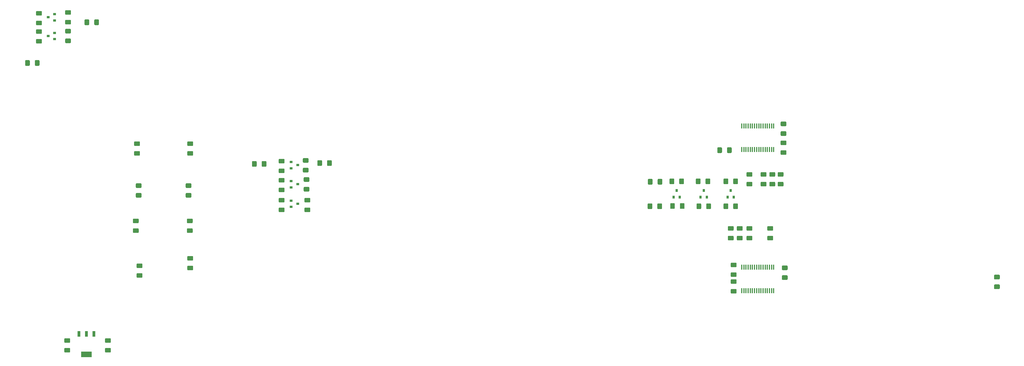
<source format=gtp>
%TF.GenerationSoftware,KiCad,Pcbnew,(5.1.6-0-10_14)*%
%TF.CreationDate,2021-04-04T14:44:52-05:00*%
%TF.ProjectId,preamp_controller1,70726561-6d70-45f6-936f-6e74726f6c6c,Rev. 01*%
%TF.SameCoordinates,Original*%
%TF.FileFunction,Paste,Top*%
%TF.FilePolarity,Positive*%
%FSLAX46Y46*%
G04 Gerber Fmt 4.6, Leading zero omitted, Abs format (unit mm)*
G04 Created by KiCad (PCBNEW (5.1.6-0-10_14)) date 2021-04-04 14:44:52*
%MOMM*%
%LPD*%
G01*
G04 APERTURE LIST*
%ADD10R,0.800000X0.900000*%
%ADD11R,0.900000X0.800000*%
%ADD12R,3.200000X1.750000*%
%ADD13R,0.950000X1.750000*%
%ADD14R,0.450000X1.525000*%
G04 APERTURE END LIST*
%TO.C,C34*%
G36*
G01*
X-102225000Y4686000D02*
X-100975000Y4686000D01*
G75*
G02*
X-100725000Y4436000I0J-250000D01*
G01*
X-100725000Y3511000D01*
G75*
G02*
X-100975000Y3261000I-250000J0D01*
G01*
X-102225000Y3261000D01*
G75*
G02*
X-102475000Y3511000I0J250000D01*
G01*
X-102475000Y4436000D01*
G75*
G02*
X-102225000Y4686000I250000J0D01*
G01*
G37*
G36*
G01*
X-102225000Y7661000D02*
X-100975000Y7661000D01*
G75*
G02*
X-100725000Y7411000I0J-250000D01*
G01*
X-100725000Y6486000D01*
G75*
G02*
X-100975000Y6236000I-250000J0D01*
G01*
X-102225000Y6236000D01*
G75*
G02*
X-102475000Y6486000I0J250000D01*
G01*
X-102475000Y7411000D01*
G75*
G02*
X-102225000Y7661000I250000J0D01*
G01*
G37*
%TD*%
%TO.C,C33*%
G36*
G01*
X-100594000Y-4559000D02*
X-101844000Y-4559000D01*
G75*
G02*
X-102094000Y-4309000I0J250000D01*
G01*
X-102094000Y-3384000D01*
G75*
G02*
X-101844000Y-3134000I250000J0D01*
G01*
X-100594000Y-3134000D01*
G75*
G02*
X-100344000Y-3384000I0J-250000D01*
G01*
X-100344000Y-4309000D01*
G75*
G02*
X-100594000Y-4559000I-250000J0D01*
G01*
G37*
G36*
G01*
X-100594000Y-7534000D02*
X-101844000Y-7534000D01*
G75*
G02*
X-102094000Y-7284000I0J250000D01*
G01*
X-102094000Y-6359000D01*
G75*
G02*
X-101844000Y-6109000I250000J0D01*
G01*
X-100594000Y-6109000D01*
G75*
G02*
X-100344000Y-6359000I0J-250000D01*
G01*
X-100344000Y-7284000D01*
G75*
G02*
X-100594000Y-7534000I-250000J0D01*
G01*
G37*
%TD*%
%TO.C,C32*%
G36*
G01*
X-100467000Y19063000D02*
X-101717000Y19063000D01*
G75*
G02*
X-101967000Y19313000I0J250000D01*
G01*
X-101967000Y20238000D01*
G75*
G02*
X-101717000Y20488000I250000J0D01*
G01*
X-100467000Y20488000D01*
G75*
G02*
X-100217000Y20238000I0J-250000D01*
G01*
X-100217000Y19313000D01*
G75*
G02*
X-100467000Y19063000I-250000J0D01*
G01*
G37*
G36*
G01*
X-100467000Y16088000D02*
X-101717000Y16088000D01*
G75*
G02*
X-101967000Y16338000I0J250000D01*
G01*
X-101967000Y17263000D01*
G75*
G02*
X-101717000Y17513000I250000J0D01*
G01*
X-100467000Y17513000D01*
G75*
G02*
X-100217000Y17263000I0J-250000D01*
G01*
X-100217000Y16338000D01*
G75*
G02*
X-100467000Y16088000I-250000J0D01*
G01*
G37*
%TD*%
%TO.C,C31*%
G36*
G01*
X-117465000Y4686000D02*
X-116215000Y4686000D01*
G75*
G02*
X-115965000Y4436000I0J-250000D01*
G01*
X-115965000Y3511000D01*
G75*
G02*
X-116215000Y3261000I-250000J0D01*
G01*
X-117465000Y3261000D01*
G75*
G02*
X-117715000Y3511000I0J250000D01*
G01*
X-117715000Y4436000D01*
G75*
G02*
X-117465000Y4686000I250000J0D01*
G01*
G37*
G36*
G01*
X-117465000Y7661000D02*
X-116215000Y7661000D01*
G75*
G02*
X-115965000Y7411000I0J-250000D01*
G01*
X-115965000Y6486000D01*
G75*
G02*
X-116215000Y6236000I-250000J0D01*
G01*
X-117465000Y6236000D01*
G75*
G02*
X-117715000Y6486000I0J250000D01*
G01*
X-117715000Y7411000D01*
G75*
G02*
X-117465000Y7661000I250000J0D01*
G01*
G37*
%TD*%
%TO.C,C30*%
G36*
G01*
X-101717000Y-17539000D02*
X-100467000Y-17539000D01*
G75*
G02*
X-100217000Y-17789000I0J-250000D01*
G01*
X-100217000Y-18714000D01*
G75*
G02*
X-100467000Y-18964000I-250000J0D01*
G01*
X-101717000Y-18964000D01*
G75*
G02*
X-101967000Y-18714000I0J250000D01*
G01*
X-101967000Y-17789000D01*
G75*
G02*
X-101717000Y-17539000I250000J0D01*
G01*
G37*
G36*
G01*
X-101717000Y-14564000D02*
X-100467000Y-14564000D01*
G75*
G02*
X-100217000Y-14814000I0J-250000D01*
G01*
X-100217000Y-15739000D01*
G75*
G02*
X-100467000Y-15989000I-250000J0D01*
G01*
X-101717000Y-15989000D01*
G75*
G02*
X-101967000Y-15739000I0J250000D01*
G01*
X-101967000Y-14814000D01*
G75*
G02*
X-101717000Y-14564000I250000J0D01*
G01*
G37*
%TD*%
%TO.C,C29*%
G36*
G01*
X-116723000Y19063000D02*
X-117973000Y19063000D01*
G75*
G02*
X-118223000Y19313000I0J250000D01*
G01*
X-118223000Y20238000D01*
G75*
G02*
X-117973000Y20488000I250000J0D01*
G01*
X-116723000Y20488000D01*
G75*
G02*
X-116473000Y20238000I0J-250000D01*
G01*
X-116473000Y19313000D01*
G75*
G02*
X-116723000Y19063000I-250000J0D01*
G01*
G37*
G36*
G01*
X-116723000Y16088000D02*
X-117973000Y16088000D01*
G75*
G02*
X-118223000Y16338000I0J250000D01*
G01*
X-118223000Y17263000D01*
G75*
G02*
X-117973000Y17513000I250000J0D01*
G01*
X-116723000Y17513000D01*
G75*
G02*
X-116473000Y17263000I0J-250000D01*
G01*
X-116473000Y16338000D01*
G75*
G02*
X-116723000Y16088000I-250000J0D01*
G01*
G37*
%TD*%
%TO.C,C28*%
G36*
G01*
X-117104000Y-4559000D02*
X-118354000Y-4559000D01*
G75*
G02*
X-118604000Y-4309000I0J250000D01*
G01*
X-118604000Y-3384000D01*
G75*
G02*
X-118354000Y-3134000I250000J0D01*
G01*
X-117104000Y-3134000D01*
G75*
G02*
X-116854000Y-3384000I0J-250000D01*
G01*
X-116854000Y-4309000D01*
G75*
G02*
X-117104000Y-4559000I-250000J0D01*
G01*
G37*
G36*
G01*
X-117104000Y-7534000D02*
X-118354000Y-7534000D01*
G75*
G02*
X-118604000Y-7284000I0J250000D01*
G01*
X-118604000Y-6359000D01*
G75*
G02*
X-118354000Y-6109000I250000J0D01*
G01*
X-117104000Y-6109000D01*
G75*
G02*
X-116854000Y-6359000I0J-250000D01*
G01*
X-116854000Y-7284000D01*
G75*
G02*
X-117104000Y-7534000I-250000J0D01*
G01*
G37*
%TD*%
%TO.C,C19*%
G36*
G01*
X-117211000Y-19825000D02*
X-115961000Y-19825000D01*
G75*
G02*
X-115711000Y-20075000I0J-250000D01*
G01*
X-115711000Y-21000000D01*
G75*
G02*
X-115961000Y-21250000I-250000J0D01*
G01*
X-117211000Y-21250000D01*
G75*
G02*
X-117461000Y-21000000I0J250000D01*
G01*
X-117461000Y-20075000D01*
G75*
G02*
X-117211000Y-19825000I250000J0D01*
G01*
G37*
G36*
G01*
X-117211000Y-16850000D02*
X-115961000Y-16850000D01*
G75*
G02*
X-115711000Y-17100000I0J-250000D01*
G01*
X-115711000Y-18025000D01*
G75*
G02*
X-115961000Y-18275000I-250000J0D01*
G01*
X-117211000Y-18275000D01*
G75*
G02*
X-117461000Y-18025000I0J250000D01*
G01*
X-117461000Y-17100000D01*
G75*
G02*
X-117211000Y-16850000I250000J0D01*
G01*
G37*
%TD*%
%TO.C,C9*%
G36*
G01*
X-126863000Y-42685000D02*
X-125613000Y-42685000D01*
G75*
G02*
X-125363000Y-42935000I0J-250000D01*
G01*
X-125363000Y-43860000D01*
G75*
G02*
X-125613000Y-44110000I-250000J0D01*
G01*
X-126863000Y-44110000D01*
G75*
G02*
X-127113000Y-43860000I0J250000D01*
G01*
X-127113000Y-42935000D01*
G75*
G02*
X-126863000Y-42685000I250000J0D01*
G01*
G37*
G36*
G01*
X-126863000Y-39710000D02*
X-125613000Y-39710000D01*
G75*
G02*
X-125363000Y-39960000I0J-250000D01*
G01*
X-125363000Y-40885000D01*
G75*
G02*
X-125613000Y-41135000I-250000J0D01*
G01*
X-126863000Y-41135000D01*
G75*
G02*
X-127113000Y-40885000I0J250000D01*
G01*
X-127113000Y-39960000D01*
G75*
G02*
X-126863000Y-39710000I250000J0D01*
G01*
G37*
%TD*%
%TO.C,C10*%
G36*
G01*
X-139309000Y-39710000D02*
X-138059000Y-39710000D01*
G75*
G02*
X-137809000Y-39960000I0J-250000D01*
G01*
X-137809000Y-40885000D01*
G75*
G02*
X-138059000Y-41135000I-250000J0D01*
G01*
X-139309000Y-41135000D01*
G75*
G02*
X-139559000Y-40885000I0J250000D01*
G01*
X-139559000Y-39960000D01*
G75*
G02*
X-139309000Y-39710000I250000J0D01*
G01*
G37*
G36*
G01*
X-139309000Y-42685000D02*
X-138059000Y-42685000D01*
G75*
G02*
X-137809000Y-42935000I0J-250000D01*
G01*
X-137809000Y-43860000D01*
G75*
G02*
X-138059000Y-44110000I-250000J0D01*
G01*
X-139309000Y-44110000D01*
G75*
G02*
X-139559000Y-43860000I0J250000D01*
G01*
X-139559000Y-42935000D01*
G75*
G02*
X-139309000Y-42685000I250000J0D01*
G01*
G37*
%TD*%
%TO.C,C16*%
G36*
G01*
X65649000Y-23101000D02*
X64399000Y-23101000D01*
G75*
G02*
X64149000Y-22851000I0J250000D01*
G01*
X64149000Y-21926000D01*
G75*
G02*
X64399000Y-21676000I250000J0D01*
G01*
X65649000Y-21676000D01*
G75*
G02*
X65899000Y-21926000I0J-250000D01*
G01*
X65899000Y-22851000D01*
G75*
G02*
X65649000Y-23101000I-250000J0D01*
G01*
G37*
G36*
G01*
X65649000Y-26076000D02*
X64399000Y-26076000D01*
G75*
G02*
X64149000Y-25826000I0J250000D01*
G01*
X64149000Y-24901000D01*
G75*
G02*
X64399000Y-24651000I250000J0D01*
G01*
X65649000Y-24651000D01*
G75*
G02*
X65899000Y-24901000I0J-250000D01*
G01*
X65899000Y-25826000D01*
G75*
G02*
X65649000Y-26076000I-250000J0D01*
G01*
G37*
%TD*%
%TO.C,C17*%
G36*
G01*
X79639000Y26547500D02*
X80889000Y26547500D01*
G75*
G02*
X81139000Y26297500I0J-250000D01*
G01*
X81139000Y25372500D01*
G75*
G02*
X80889000Y25122500I-250000J0D01*
G01*
X79639000Y25122500D01*
G75*
G02*
X79389000Y25372500I0J250000D01*
G01*
X79389000Y26297500D01*
G75*
G02*
X79639000Y26547500I250000J0D01*
G01*
G37*
G36*
G01*
X79639000Y23572500D02*
X80889000Y23572500D01*
G75*
G02*
X81139000Y23322500I0J-250000D01*
G01*
X81139000Y22397500D01*
G75*
G02*
X80889000Y22147500I-250000J0D01*
G01*
X79639000Y22147500D01*
G75*
G02*
X79389000Y22397500I0J250000D01*
G01*
X79389000Y23322500D01*
G75*
G02*
X79639000Y23572500I250000J0D01*
G01*
G37*
%TD*%
%TO.C,C18*%
G36*
G01*
X144877999Y-20301001D02*
X146127999Y-20301001D01*
G75*
G02*
X146377999Y-20551001I0J-250000D01*
G01*
X146377999Y-21476001D01*
G75*
G02*
X146127999Y-21726001I-250000J0D01*
G01*
X144877999Y-21726001D01*
G75*
G02*
X144627999Y-21476001I0J250000D01*
G01*
X144627999Y-20551001D01*
G75*
G02*
X144877999Y-20301001I250000J0D01*
G01*
G37*
G36*
G01*
X144877999Y-23276001D02*
X146127999Y-23276001D01*
G75*
G02*
X146377999Y-23526001I0J-250000D01*
G01*
X146377999Y-24451001D01*
G75*
G02*
X146127999Y-24701001I-250000J0D01*
G01*
X144877999Y-24701001D01*
G75*
G02*
X144627999Y-24451001I0J250000D01*
G01*
X144627999Y-23526001D01*
G75*
G02*
X144877999Y-23276001I250000J0D01*
G01*
G37*
%TD*%
D10*
%TO.C,Q1*%
X63185000Y3445000D03*
X65085000Y3445000D03*
X64135000Y5445000D03*
%TD*%
%TO.C,Q2*%
X54930000Y3445000D03*
X56830000Y3445000D03*
X55880000Y5445000D03*
%TD*%
%TO.C,Q3*%
X47625000Y5445000D03*
X48575000Y3445000D03*
X46675000Y3445000D03*
%TD*%
D11*
%TO.C,Q4*%
X-142510000Y57470000D03*
X-142510000Y59370000D03*
X-144510000Y58420000D03*
%TD*%
%TO.C,Q5*%
X-144510000Y52705000D03*
X-142510000Y53655000D03*
X-142510000Y51755000D03*
%TD*%
%TO.C,Q6*%
X-68215000Y1397000D03*
X-70215000Y447000D03*
X-70215000Y2347000D03*
%TD*%
%TO.C,Q7*%
X-68215000Y13208000D03*
X-70215000Y12258000D03*
X-70215000Y14158000D03*
%TD*%
%TO.C,Q8*%
X-70215000Y8316000D03*
X-70215000Y6416000D03*
X-68215000Y7366000D03*
%TD*%
%TO.C,R3*%
G36*
G01*
X64910000Y10000D02*
X64910000Y1260000D01*
G75*
G02*
X65160000Y1510000I250000J0D01*
G01*
X66085000Y1510000D01*
G75*
G02*
X66335000Y1260000I0J-250000D01*
G01*
X66335000Y10000D01*
G75*
G02*
X66085000Y-240000I-250000J0D01*
G01*
X65160000Y-240000D01*
G75*
G02*
X64910000Y10000I0J250000D01*
G01*
G37*
G36*
G01*
X61935000Y10000D02*
X61935000Y1260000D01*
G75*
G02*
X62185000Y1510000I250000J0D01*
G01*
X63110000Y1510000D01*
G75*
G02*
X63360000Y1260000I0J-250000D01*
G01*
X63360000Y10000D01*
G75*
G02*
X63110000Y-240000I-250000J0D01*
G01*
X62185000Y-240000D01*
G75*
G02*
X61935000Y10000I0J250000D01*
G01*
G37*
%TD*%
%TO.C,R4*%
G36*
G01*
X56655000Y10000D02*
X56655000Y1260000D01*
G75*
G02*
X56905000Y1510000I250000J0D01*
G01*
X57830000Y1510000D01*
G75*
G02*
X58080000Y1260000I0J-250000D01*
G01*
X58080000Y10000D01*
G75*
G02*
X57830000Y-240000I-250000J0D01*
G01*
X56905000Y-240000D01*
G75*
G02*
X56655000Y10000I0J250000D01*
G01*
G37*
G36*
G01*
X53680000Y10000D02*
X53680000Y1260000D01*
G75*
G02*
X53930000Y1510000I250000J0D01*
G01*
X54855000Y1510000D01*
G75*
G02*
X55105000Y1260000I0J-250000D01*
G01*
X55105000Y10000D01*
G75*
G02*
X54855000Y-240000I-250000J0D01*
G01*
X53930000Y-240000D01*
G75*
G02*
X53680000Y10000I0J250000D01*
G01*
G37*
%TD*%
%TO.C,R5*%
G36*
G01*
X45620001Y84999D02*
X45620001Y1334999D01*
G75*
G02*
X45870001Y1584999I250000J0D01*
G01*
X46795001Y1584999D01*
G75*
G02*
X47045001Y1334999I0J-250000D01*
G01*
X47045001Y84999D01*
G75*
G02*
X46795001Y-165001I-250000J0D01*
G01*
X45870001Y-165001D01*
G75*
G02*
X45620001Y84999I0J250000D01*
G01*
G37*
G36*
G01*
X48595001Y84999D02*
X48595001Y1334999D01*
G75*
G02*
X48845001Y1584999I250000J0D01*
G01*
X49770001Y1584999D01*
G75*
G02*
X50020001Y1334999I0J-250000D01*
G01*
X50020001Y84999D01*
G75*
G02*
X49770001Y-165001I-250000J0D01*
G01*
X48845001Y-165001D01*
G75*
G02*
X48595001Y84999I0J250000D01*
G01*
G37*
%TD*%
%TO.C,R6*%
G36*
G01*
X61935000Y7630000D02*
X61935000Y8880000D01*
G75*
G02*
X62185000Y9130000I250000J0D01*
G01*
X63110000Y9130000D01*
G75*
G02*
X63360000Y8880000I0J-250000D01*
G01*
X63360000Y7630000D01*
G75*
G02*
X63110000Y7380000I-250000J0D01*
G01*
X62185000Y7380000D01*
G75*
G02*
X61935000Y7630000I0J250000D01*
G01*
G37*
G36*
G01*
X64910000Y7630000D02*
X64910000Y8880000D01*
G75*
G02*
X65160000Y9130000I250000J0D01*
G01*
X66085000Y9130000D01*
G75*
G02*
X66335000Y8880000I0J-250000D01*
G01*
X66335000Y7630000D01*
G75*
G02*
X66085000Y7380000I-250000J0D01*
G01*
X65160000Y7380000D01*
G75*
G02*
X64910000Y7630000I0J250000D01*
G01*
G37*
%TD*%
%TO.C,R7*%
G36*
G01*
X53462500Y7630000D02*
X53462500Y8880000D01*
G75*
G02*
X53712500Y9130000I250000J0D01*
G01*
X54637500Y9130000D01*
G75*
G02*
X54887500Y8880000I0J-250000D01*
G01*
X54887500Y7630000D01*
G75*
G02*
X54637500Y7380000I-250000J0D01*
G01*
X53712500Y7380000D01*
G75*
G02*
X53462500Y7630000I0J250000D01*
G01*
G37*
G36*
G01*
X56437500Y7630000D02*
X56437500Y8880000D01*
G75*
G02*
X56687500Y9130000I250000J0D01*
G01*
X57612500Y9130000D01*
G75*
G02*
X57862500Y8880000I0J-250000D01*
G01*
X57862500Y7630000D01*
G75*
G02*
X57612500Y7380000I-250000J0D01*
G01*
X56687500Y7380000D01*
G75*
G02*
X56437500Y7630000I0J250000D01*
G01*
G37*
%TD*%
%TO.C,R8*%
G36*
G01*
X45425000Y7630000D02*
X45425000Y8880000D01*
G75*
G02*
X45675000Y9130000I250000J0D01*
G01*
X46600000Y9130000D01*
G75*
G02*
X46850000Y8880000I0J-250000D01*
G01*
X46850000Y7630000D01*
G75*
G02*
X46600000Y7380000I-250000J0D01*
G01*
X45675000Y7380000D01*
G75*
G02*
X45425000Y7630000I0J250000D01*
G01*
G37*
G36*
G01*
X48400000Y7630000D02*
X48400000Y8880000D01*
G75*
G02*
X48650000Y9130000I250000J0D01*
G01*
X49575000Y9130000D01*
G75*
G02*
X49825000Y8880000I0J-250000D01*
G01*
X49825000Y7630000D01*
G75*
G02*
X49575000Y7380000I-250000J0D01*
G01*
X48650000Y7380000D01*
G75*
G02*
X48400000Y7630000I0J250000D01*
G01*
G37*
%TD*%
%TO.C,R9*%
G36*
G01*
X75575000Y-8395000D02*
X76825000Y-8395000D01*
G75*
G02*
X77075000Y-8645000I0J-250000D01*
G01*
X77075000Y-9570000D01*
G75*
G02*
X76825000Y-9820000I-250000J0D01*
G01*
X75575000Y-9820000D01*
G75*
G02*
X75325000Y-9570000I0J250000D01*
G01*
X75325000Y-8645000D01*
G75*
G02*
X75575000Y-8395000I250000J0D01*
G01*
G37*
G36*
G01*
X75575000Y-5420000D02*
X76825000Y-5420000D01*
G75*
G02*
X77075000Y-5670000I0J-250000D01*
G01*
X77075000Y-6595000D01*
G75*
G02*
X76825000Y-6845000I-250000J0D01*
G01*
X75575000Y-6845000D01*
G75*
G02*
X75325000Y-6595000I0J250000D01*
G01*
X75325000Y-5670000D01*
G75*
G02*
X75575000Y-5420000I250000J0D01*
G01*
G37*
%TD*%
%TO.C,R10*%
G36*
G01*
X81270000Y-18910000D02*
X80020000Y-18910000D01*
G75*
G02*
X79770000Y-18660000I0J250000D01*
G01*
X79770000Y-17735000D01*
G75*
G02*
X80020000Y-17485000I250000J0D01*
G01*
X81270000Y-17485000D01*
G75*
G02*
X81520000Y-17735000I0J-250000D01*
G01*
X81520000Y-18660000D01*
G75*
G02*
X81270000Y-18910000I-250000J0D01*
G01*
G37*
G36*
G01*
X81270000Y-21885000D02*
X80020000Y-21885000D01*
G75*
G02*
X79770000Y-21635000I0J250000D01*
G01*
X79770000Y-20710000D01*
G75*
G02*
X80020000Y-20460000I250000J0D01*
G01*
X81270000Y-20460000D01*
G75*
G02*
X81520000Y-20710000I0J-250000D01*
G01*
X81520000Y-21635000D01*
G75*
G02*
X81270000Y-21885000I-250000J0D01*
G01*
G37*
%TD*%
%TO.C,R11*%
G36*
G01*
X70475000Y9665000D02*
X69225000Y9665000D01*
G75*
G02*
X68975000Y9915000I0J250000D01*
G01*
X68975000Y10840000D01*
G75*
G02*
X69225000Y11090000I250000J0D01*
G01*
X70475000Y11090000D01*
G75*
G02*
X70725000Y10840000I0J-250000D01*
G01*
X70725000Y9915000D01*
G75*
G02*
X70475000Y9665000I-250000J0D01*
G01*
G37*
G36*
G01*
X70475000Y6690000D02*
X69225000Y6690000D01*
G75*
G02*
X68975000Y6940000I0J250000D01*
G01*
X68975000Y7865000D01*
G75*
G02*
X69225000Y8115000I250000J0D01*
G01*
X70475000Y8115000D01*
G75*
G02*
X70725000Y7865000I0J-250000D01*
G01*
X70725000Y6940000D01*
G75*
G02*
X70475000Y6690000I-250000J0D01*
G01*
G37*
%TD*%
%TO.C,R12*%
G36*
G01*
X60030000Y17155000D02*
X60030000Y18405000D01*
G75*
G02*
X60280000Y18655000I250000J0D01*
G01*
X61205000Y18655000D01*
G75*
G02*
X61455000Y18405000I0J-250000D01*
G01*
X61455000Y17155000D01*
G75*
G02*
X61205000Y16905000I-250000J0D01*
G01*
X60280000Y16905000D01*
G75*
G02*
X60030000Y17155000I0J250000D01*
G01*
G37*
G36*
G01*
X63005000Y17155000D02*
X63005000Y18405000D01*
G75*
G02*
X63255000Y18655000I250000J0D01*
G01*
X64180000Y18655000D01*
G75*
G02*
X64430000Y18405000I0J-250000D01*
G01*
X64430000Y17155000D01*
G75*
G02*
X64180000Y16905000I-250000J0D01*
G01*
X63255000Y16905000D01*
G75*
G02*
X63005000Y17155000I0J250000D01*
G01*
G37*
%TD*%
%TO.C,R14*%
G36*
G01*
X-137805000Y56220000D02*
X-139055000Y56220000D01*
G75*
G02*
X-139305000Y56470000I0J250000D01*
G01*
X-139305000Y57395000D01*
G75*
G02*
X-139055000Y57645000I250000J0D01*
G01*
X-137805000Y57645000D01*
G75*
G02*
X-137555000Y57395000I0J-250000D01*
G01*
X-137555000Y56470000D01*
G75*
G02*
X-137805000Y56220000I-250000J0D01*
G01*
G37*
G36*
G01*
X-137805000Y59195000D02*
X-139055000Y59195000D01*
G75*
G02*
X-139305000Y59445000I0J250000D01*
G01*
X-139305000Y60370000D01*
G75*
G02*
X-139055000Y60620000I250000J0D01*
G01*
X-137805000Y60620000D01*
G75*
G02*
X-137555000Y60370000I0J-250000D01*
G01*
X-137555000Y59445000D01*
G75*
G02*
X-137805000Y59195000I-250000J0D01*
G01*
G37*
%TD*%
%TO.C,R15*%
G36*
G01*
X-137805000Y53480000D02*
X-139055000Y53480000D01*
G75*
G02*
X-139305000Y53730000I0J250000D01*
G01*
X-139305000Y54655000D01*
G75*
G02*
X-139055000Y54905000I250000J0D01*
G01*
X-137805000Y54905000D01*
G75*
G02*
X-137555000Y54655000I0J-250000D01*
G01*
X-137555000Y53730000D01*
G75*
G02*
X-137805000Y53480000I-250000J0D01*
G01*
G37*
G36*
G01*
X-137805000Y50505000D02*
X-139055000Y50505000D01*
G75*
G02*
X-139305000Y50755000I0J250000D01*
G01*
X-139305000Y51680000D01*
G75*
G02*
X-139055000Y51930000I250000J0D01*
G01*
X-137805000Y51930000D01*
G75*
G02*
X-137555000Y51680000I0J-250000D01*
G01*
X-137555000Y50755000D01*
G75*
G02*
X-137805000Y50505000I-250000J0D01*
G01*
G37*
%TD*%
%TO.C,R17*%
G36*
G01*
X-147945000Y57391000D02*
X-146695000Y57391000D01*
G75*
G02*
X-146445000Y57141000I0J-250000D01*
G01*
X-146445000Y56216000D01*
G75*
G02*
X-146695000Y55966000I-250000J0D01*
G01*
X-147945000Y55966000D01*
G75*
G02*
X-148195000Y56216000I0J250000D01*
G01*
X-148195000Y57141000D01*
G75*
G02*
X-147945000Y57391000I250000J0D01*
G01*
G37*
G36*
G01*
X-147945000Y60366000D02*
X-146695000Y60366000D01*
G75*
G02*
X-146445000Y60116000I0J-250000D01*
G01*
X-146445000Y59191000D01*
G75*
G02*
X-146695000Y58941000I-250000J0D01*
G01*
X-147945000Y58941000D01*
G75*
G02*
X-148195000Y59191000I0J250000D01*
G01*
X-148195000Y60116000D01*
G75*
G02*
X-147945000Y60366000I250000J0D01*
G01*
G37*
%TD*%
%TO.C,R18*%
G36*
G01*
X-147945000Y54778000D02*
X-146695000Y54778000D01*
G75*
G02*
X-146445000Y54528000I0J-250000D01*
G01*
X-146445000Y53603000D01*
G75*
G02*
X-146695000Y53353000I-250000J0D01*
G01*
X-147945000Y53353000D01*
G75*
G02*
X-148195000Y53603000I0J250000D01*
G01*
X-148195000Y54528000D01*
G75*
G02*
X-147945000Y54778000I250000J0D01*
G01*
G37*
G36*
G01*
X-147945000Y51803000D02*
X-146695000Y51803000D01*
G75*
G02*
X-146445000Y51553000I0J-250000D01*
G01*
X-146445000Y50628000D01*
G75*
G02*
X-146695000Y50378000I-250000J0D01*
G01*
X-147945000Y50378000D01*
G75*
G02*
X-148195000Y50628000I0J250000D01*
G01*
X-148195000Y51553000D01*
G75*
G02*
X-147945000Y51803000I250000J0D01*
G01*
G37*
%TD*%
%TO.C,R22*%
G36*
G01*
X-73777000Y241000D02*
X-72527000Y241000D01*
G75*
G02*
X-72277000Y-9000I0J-250000D01*
G01*
X-72277000Y-934000D01*
G75*
G02*
X-72527000Y-1184000I-250000J0D01*
G01*
X-73777000Y-1184000D01*
G75*
G02*
X-74027000Y-934000I0J250000D01*
G01*
X-74027000Y-9000D01*
G75*
G02*
X-73777000Y241000I250000J0D01*
G01*
G37*
G36*
G01*
X-73777000Y3216000D02*
X-72527000Y3216000D01*
G75*
G02*
X-72277000Y2966000I0J-250000D01*
G01*
X-72277000Y2041000D01*
G75*
G02*
X-72527000Y1791000I-250000J0D01*
G01*
X-73777000Y1791000D01*
G75*
G02*
X-74027000Y2041000I0J250000D01*
G01*
X-74027000Y2966000D01*
G75*
G02*
X-73777000Y3216000I250000J0D01*
G01*
G37*
%TD*%
%TO.C,R23*%
G36*
G01*
X-73777000Y15154000D02*
X-72527000Y15154000D01*
G75*
G02*
X-72277000Y14904000I0J-250000D01*
G01*
X-72277000Y13979000D01*
G75*
G02*
X-72527000Y13729000I-250000J0D01*
G01*
X-73777000Y13729000D01*
G75*
G02*
X-74027000Y13979000I0J250000D01*
G01*
X-74027000Y14904000D01*
G75*
G02*
X-73777000Y15154000I250000J0D01*
G01*
G37*
G36*
G01*
X-73777000Y12179000D02*
X-72527000Y12179000D01*
G75*
G02*
X-72277000Y11929000I0J-250000D01*
G01*
X-72277000Y11004000D01*
G75*
G02*
X-72527000Y10754000I-250000J0D01*
G01*
X-73777000Y10754000D01*
G75*
G02*
X-74027000Y11004000I0J250000D01*
G01*
X-74027000Y11929000D01*
G75*
G02*
X-73777000Y12179000I250000J0D01*
G01*
G37*
%TD*%
%TO.C,R24*%
G36*
G01*
X-73777000Y6337000D02*
X-72527000Y6337000D01*
G75*
G02*
X-72277000Y6087000I0J-250000D01*
G01*
X-72277000Y5162000D01*
G75*
G02*
X-72527000Y4912000I-250000J0D01*
G01*
X-73777000Y4912000D01*
G75*
G02*
X-74027000Y5162000I0J250000D01*
G01*
X-74027000Y6087000D01*
G75*
G02*
X-73777000Y6337000I250000J0D01*
G01*
G37*
G36*
G01*
X-73777000Y9312000D02*
X-72527000Y9312000D01*
G75*
G02*
X-72277000Y9062000I0J-250000D01*
G01*
X-72277000Y8137000D01*
G75*
G02*
X-72527000Y7887000I-250000J0D01*
G01*
X-73777000Y7887000D01*
G75*
G02*
X-74027000Y8137000I0J250000D01*
G01*
X-74027000Y9062000D01*
G75*
G02*
X-73777000Y9312000I250000J0D01*
G01*
G37*
%TD*%
%TO.C,R25*%
G36*
G01*
X-65903000Y3216000D02*
X-64653000Y3216000D01*
G75*
G02*
X-64403000Y2966000I0J-250000D01*
G01*
X-64403000Y2041000D01*
G75*
G02*
X-64653000Y1791000I-250000J0D01*
G01*
X-65903000Y1791000D01*
G75*
G02*
X-66153000Y2041000I0J250000D01*
G01*
X-66153000Y2966000D01*
G75*
G02*
X-65903000Y3216000I250000J0D01*
G01*
G37*
G36*
G01*
X-65903000Y241000D02*
X-64653000Y241000D01*
G75*
G02*
X-64403000Y-9000I0J-250000D01*
G01*
X-64403000Y-934000D01*
G75*
G02*
X-64653000Y-1184000I-250000J0D01*
G01*
X-65903000Y-1184000D01*
G75*
G02*
X-66153000Y-934000I0J250000D01*
G01*
X-66153000Y-9000D01*
G75*
G02*
X-65903000Y241000I250000J0D01*
G01*
G37*
%TD*%
%TO.C,R26*%
G36*
G01*
X-66411000Y12396500D02*
X-65161000Y12396500D01*
G75*
G02*
X-64911000Y12146500I0J-250000D01*
G01*
X-64911000Y11221500D01*
G75*
G02*
X-65161000Y10971500I-250000J0D01*
G01*
X-66411000Y10971500D01*
G75*
G02*
X-66661000Y11221500I0J250000D01*
G01*
X-66661000Y12146500D01*
G75*
G02*
X-66411000Y12396500I250000J0D01*
G01*
G37*
G36*
G01*
X-66411000Y15371500D02*
X-65161000Y15371500D01*
G75*
G02*
X-64911000Y15121500I0J-250000D01*
G01*
X-64911000Y14196500D01*
G75*
G02*
X-65161000Y13946500I-250000J0D01*
G01*
X-66411000Y13946500D01*
G75*
G02*
X-66661000Y14196500I0J250000D01*
G01*
X-66661000Y15121500D01*
G75*
G02*
X-66411000Y15371500I250000J0D01*
G01*
G37*
%TD*%
%TO.C,R27*%
G36*
G01*
X-66157000Y6554500D02*
X-64907000Y6554500D01*
G75*
G02*
X-64657000Y6304500I0J-250000D01*
G01*
X-64657000Y5379500D01*
G75*
G02*
X-64907000Y5129500I-250000J0D01*
G01*
X-66157000Y5129500D01*
G75*
G02*
X-66407000Y5379500I0J250000D01*
G01*
X-66407000Y6304500D01*
G75*
G02*
X-66157000Y6554500I250000J0D01*
G01*
G37*
G36*
G01*
X-66157000Y9529500D02*
X-64907000Y9529500D01*
G75*
G02*
X-64657000Y9279500I0J-250000D01*
G01*
X-64657000Y8354500D01*
G75*
G02*
X-64907000Y8104500I-250000J0D01*
G01*
X-66157000Y8104500D01*
G75*
G02*
X-66407000Y8354500I0J250000D01*
G01*
X-66407000Y9279500D01*
G75*
G02*
X-66157000Y9529500I250000J0D01*
G01*
G37*
%TD*%
%TO.C,R28*%
G36*
G01*
X64399000Y-16596000D02*
X65649000Y-16596000D01*
G75*
G02*
X65899000Y-16846000I0J-250000D01*
G01*
X65899000Y-17771000D01*
G75*
G02*
X65649000Y-18021000I-250000J0D01*
G01*
X64399000Y-18021000D01*
G75*
G02*
X64149000Y-17771000I0J250000D01*
G01*
X64149000Y-16846000D01*
G75*
G02*
X64399000Y-16596000I250000J0D01*
G01*
G37*
G36*
G01*
X64399000Y-19571000D02*
X65649000Y-19571000D01*
G75*
G02*
X65899000Y-19821000I0J-250000D01*
G01*
X65899000Y-20746000D01*
G75*
G02*
X65649000Y-20996000I-250000J0D01*
G01*
X64399000Y-20996000D01*
G75*
G02*
X64149000Y-20746000I0J250000D01*
G01*
X64149000Y-19821000D01*
G75*
G02*
X64399000Y-19571000I250000J0D01*
G01*
G37*
%TD*%
%TO.C,R29*%
G36*
G01*
X79639000Y20742000D02*
X80889000Y20742000D01*
G75*
G02*
X81139000Y20492000I0J-250000D01*
G01*
X81139000Y19567000D01*
G75*
G02*
X80889000Y19317000I-250000J0D01*
G01*
X79639000Y19317000D01*
G75*
G02*
X79389000Y19567000I0J250000D01*
G01*
X79389000Y20492000D01*
G75*
G02*
X79639000Y20742000I250000J0D01*
G01*
G37*
G36*
G01*
X79639000Y17767000D02*
X80889000Y17767000D01*
G75*
G02*
X81139000Y17517000I0J-250000D01*
G01*
X81139000Y16592000D01*
G75*
G02*
X80889000Y16342000I-250000J0D01*
G01*
X79639000Y16342000D01*
G75*
G02*
X79389000Y16592000I0J250000D01*
G01*
X79389000Y17517000D01*
G75*
G02*
X79639000Y17767000I250000J0D01*
G01*
G37*
%TD*%
%TO.C,R30*%
G36*
G01*
X80000000Y6690000D02*
X78750000Y6690000D01*
G75*
G02*
X78500000Y6940000I0J250000D01*
G01*
X78500000Y7865000D01*
G75*
G02*
X78750000Y8115000I250000J0D01*
G01*
X80000000Y8115000D01*
G75*
G02*
X80250000Y7865000I0J-250000D01*
G01*
X80250000Y6940000D01*
G75*
G02*
X80000000Y6690000I-250000J0D01*
G01*
G37*
G36*
G01*
X80000000Y9665000D02*
X78750000Y9665000D01*
G75*
G02*
X78500000Y9915000I0J250000D01*
G01*
X78500000Y10840000D01*
G75*
G02*
X78750000Y11090000I250000J0D01*
G01*
X80000000Y11090000D01*
G75*
G02*
X80250000Y10840000I0J-250000D01*
G01*
X80250000Y9915000D01*
G75*
G02*
X80000000Y9665000I-250000J0D01*
G01*
G37*
%TD*%
%TO.C,R31*%
G36*
G01*
X77460000Y9665000D02*
X76210000Y9665000D01*
G75*
G02*
X75960000Y9915000I0J250000D01*
G01*
X75960000Y10840000D01*
G75*
G02*
X76210000Y11090000I250000J0D01*
G01*
X77460000Y11090000D01*
G75*
G02*
X77710000Y10840000I0J-250000D01*
G01*
X77710000Y9915000D01*
G75*
G02*
X77460000Y9665000I-250000J0D01*
G01*
G37*
G36*
G01*
X77460000Y6690000D02*
X76210000Y6690000D01*
G75*
G02*
X75960000Y6940000I0J250000D01*
G01*
X75960000Y7865000D01*
G75*
G02*
X76210000Y8115000I250000J0D01*
G01*
X77460000Y8115000D01*
G75*
G02*
X77710000Y7865000I0J-250000D01*
G01*
X77710000Y6940000D01*
G75*
G02*
X77460000Y6690000I-250000J0D01*
G01*
G37*
%TD*%
%TO.C,R32*%
G36*
G01*
X74793000Y6690000D02*
X73543000Y6690000D01*
G75*
G02*
X73293000Y6940000I0J250000D01*
G01*
X73293000Y7865000D01*
G75*
G02*
X73543000Y8115000I250000J0D01*
G01*
X74793000Y8115000D01*
G75*
G02*
X75043000Y7865000I0J-250000D01*
G01*
X75043000Y6940000D01*
G75*
G02*
X74793000Y6690000I-250000J0D01*
G01*
G37*
G36*
G01*
X74793000Y9665000D02*
X73543000Y9665000D01*
G75*
G02*
X73293000Y9915000I0J250000D01*
G01*
X73293000Y10840000D01*
G75*
G02*
X73543000Y11090000I250000J0D01*
G01*
X74793000Y11090000D01*
G75*
G02*
X75043000Y10840000I0J-250000D01*
G01*
X75043000Y9915000D01*
G75*
G02*
X74793000Y9665000I-250000J0D01*
G01*
G37*
%TD*%
%TO.C,R33*%
G36*
G01*
X63510000Y-8395000D02*
X64760000Y-8395000D01*
G75*
G02*
X65010000Y-8645000I0J-250000D01*
G01*
X65010000Y-9570000D01*
G75*
G02*
X64760000Y-9820000I-250000J0D01*
G01*
X63510000Y-9820000D01*
G75*
G02*
X63260000Y-9570000I0J250000D01*
G01*
X63260000Y-8645000D01*
G75*
G02*
X63510000Y-8395000I250000J0D01*
G01*
G37*
G36*
G01*
X63510000Y-5420000D02*
X64760000Y-5420000D01*
G75*
G02*
X65010000Y-5670000I0J-250000D01*
G01*
X65010000Y-6595000D01*
G75*
G02*
X64760000Y-6845000I-250000J0D01*
G01*
X63510000Y-6845000D01*
G75*
G02*
X63260000Y-6595000I0J250000D01*
G01*
X63260000Y-5670000D01*
G75*
G02*
X63510000Y-5420000I250000J0D01*
G01*
G37*
%TD*%
%TO.C,R34*%
G36*
G01*
X66267500Y-5420000D02*
X67517500Y-5420000D01*
G75*
G02*
X67767500Y-5670000I0J-250000D01*
G01*
X67767500Y-6595000D01*
G75*
G02*
X67517500Y-6845000I-250000J0D01*
G01*
X66267500Y-6845000D01*
G75*
G02*
X66017500Y-6595000I0J250000D01*
G01*
X66017500Y-5670000D01*
G75*
G02*
X66267500Y-5420000I250000J0D01*
G01*
G37*
G36*
G01*
X66267500Y-8395000D02*
X67517500Y-8395000D01*
G75*
G02*
X67767500Y-8645000I0J-250000D01*
G01*
X67767500Y-9570000D01*
G75*
G02*
X67517500Y-9820000I-250000J0D01*
G01*
X66267500Y-9820000D01*
G75*
G02*
X66017500Y-9570000I0J250000D01*
G01*
X66017500Y-8645000D01*
G75*
G02*
X66267500Y-8395000I250000J0D01*
G01*
G37*
%TD*%
%TO.C,R35*%
G36*
G01*
X69225000Y-8395000D02*
X70475000Y-8395000D01*
G75*
G02*
X70725000Y-8645000I0J-250000D01*
G01*
X70725000Y-9570000D01*
G75*
G02*
X70475000Y-9820000I-250000J0D01*
G01*
X69225000Y-9820000D01*
G75*
G02*
X68975000Y-9570000I0J250000D01*
G01*
X68975000Y-8645000D01*
G75*
G02*
X69225000Y-8395000I250000J0D01*
G01*
G37*
G36*
G01*
X69225000Y-5420000D02*
X70475000Y-5420000D01*
G75*
G02*
X70725000Y-5670000I0J-250000D01*
G01*
X70725000Y-6595000D01*
G75*
G02*
X70475000Y-6845000I-250000J0D01*
G01*
X69225000Y-6845000D01*
G75*
G02*
X68975000Y-6595000I0J250000D01*
G01*
X68975000Y-5670000D01*
G75*
G02*
X69225000Y-5420000I250000J0D01*
G01*
G37*
%TD*%
D12*
%TO.C,U7*%
X-132842000Y-44679000D03*
D13*
X-135142000Y-38379000D03*
X-132842000Y-38379000D03*
X-130542000Y-38379000D03*
%TD*%
D14*
%TO.C,U8*%
X67515000Y-25152000D03*
X68165000Y-25152000D03*
X68815000Y-25152000D03*
X69465000Y-25152000D03*
X70115000Y-25152000D03*
X70765000Y-25152000D03*
X71415000Y-25152000D03*
X72065000Y-25152000D03*
X72715000Y-25152000D03*
X73365000Y-25152000D03*
X74015000Y-25152000D03*
X74665000Y-25152000D03*
X75315000Y-25152000D03*
X75965000Y-25152000D03*
X76615000Y-25152000D03*
X77265000Y-25152000D03*
X77265000Y-18028000D03*
X76615000Y-18028000D03*
X75965000Y-18028000D03*
X75315000Y-18028000D03*
X74665000Y-18028000D03*
X74015000Y-18028000D03*
X73365000Y-18028000D03*
X72715000Y-18028000D03*
X72065000Y-18028000D03*
X71415000Y-18028000D03*
X70765000Y-18028000D03*
X70115000Y-18028000D03*
X69465000Y-18028000D03*
X68815000Y-18028000D03*
X68165000Y-18028000D03*
X67515000Y-18028000D03*
%TD*%
%TO.C,U9*%
X77265000Y18028000D03*
X76615000Y18028000D03*
X75965000Y18028000D03*
X75315000Y18028000D03*
X74665000Y18028000D03*
X74015000Y18028000D03*
X73365000Y18028000D03*
X72715000Y18028000D03*
X72065000Y18028000D03*
X71415000Y18028000D03*
X70765000Y18028000D03*
X70115000Y18028000D03*
X69465000Y18028000D03*
X68815000Y18028000D03*
X68165000Y18028000D03*
X67515000Y18028000D03*
X67515000Y25152000D03*
X68165000Y25152000D03*
X68815000Y25152000D03*
X69465000Y25152000D03*
X70115000Y25152000D03*
X70765000Y25152000D03*
X71415000Y25152000D03*
X72065000Y25152000D03*
X72715000Y25152000D03*
X73365000Y25152000D03*
X74015000Y25152000D03*
X74665000Y25152000D03*
X75315000Y25152000D03*
X75965000Y25152000D03*
X76615000Y25152000D03*
X77265000Y25152000D03*
%TD*%
%TO.C,C21*%
G36*
G01*
X43130500Y1260000D02*
X43130500Y10000D01*
G75*
G02*
X42880500Y-240000I-250000J0D01*
G01*
X41955500Y-240000D01*
G75*
G02*
X41705500Y10000I0J250000D01*
G01*
X41705500Y1260000D01*
G75*
G02*
X41955500Y1510000I250000J0D01*
G01*
X42880500Y1510000D01*
G75*
G02*
X43130500Y1260000I0J-250000D01*
G01*
G37*
G36*
G01*
X40155500Y1260000D02*
X40155500Y10000D01*
G75*
G02*
X39905500Y-240000I-250000J0D01*
G01*
X38980500Y-240000D01*
G75*
G02*
X38730500Y10000I0J250000D01*
G01*
X38730500Y1260000D01*
G75*
G02*
X38980500Y1510000I250000J0D01*
G01*
X39905500Y1510000D01*
G75*
G02*
X40155500Y1260000I0J-250000D01*
G01*
G37*
%TD*%
%TO.C,C22*%
G36*
G01*
X40246000Y8753000D02*
X40246000Y7503000D01*
G75*
G02*
X39996000Y7253000I-250000J0D01*
G01*
X39071000Y7253000D01*
G75*
G02*
X38821000Y7503000I0J250000D01*
G01*
X38821000Y8753000D01*
G75*
G02*
X39071000Y9003000I250000J0D01*
G01*
X39996000Y9003000D01*
G75*
G02*
X40246000Y8753000I0J-250000D01*
G01*
G37*
G36*
G01*
X43221000Y8753000D02*
X43221000Y7503000D01*
G75*
G02*
X42971000Y7253000I-250000J0D01*
G01*
X42046000Y7253000D01*
G75*
G02*
X41796000Y7503000I0J250000D01*
G01*
X41796000Y8753000D01*
G75*
G02*
X42046000Y9003000I250000J0D01*
G01*
X42971000Y9003000D01*
G75*
G02*
X43221000Y8753000I0J-250000D01*
G01*
G37*
%TD*%
%TO.C,C24*%
G36*
G01*
X-130416000Y56271000D02*
X-130416000Y57521000D01*
G75*
G02*
X-130166000Y57771000I250000J0D01*
G01*
X-129241000Y57771000D01*
G75*
G02*
X-128991000Y57521000I0J-250000D01*
G01*
X-128991000Y56271000D01*
G75*
G02*
X-129241000Y56021000I-250000J0D01*
G01*
X-130166000Y56021000D01*
G75*
G02*
X-130416000Y56271000I0J250000D01*
G01*
G37*
G36*
G01*
X-133391000Y56271000D02*
X-133391000Y57521000D01*
G75*
G02*
X-133141000Y57771000I250000J0D01*
G01*
X-132216000Y57771000D01*
G75*
G02*
X-131966000Y57521000I0J-250000D01*
G01*
X-131966000Y56271000D01*
G75*
G02*
X-132216000Y56021000I-250000J0D01*
G01*
X-133141000Y56021000D01*
G75*
G02*
X-133391000Y56271000I0J250000D01*
G01*
G37*
%TD*%
%TO.C,C25*%
G36*
G01*
X-151552000Y43825000D02*
X-151552000Y45075000D01*
G75*
G02*
X-151302000Y45325000I250000J0D01*
G01*
X-150377000Y45325000D01*
G75*
G02*
X-150127000Y45075000I0J-250000D01*
G01*
X-150127000Y43825000D01*
G75*
G02*
X-150377000Y43575000I-250000J0D01*
G01*
X-151302000Y43575000D01*
G75*
G02*
X-151552000Y43825000I0J250000D01*
G01*
G37*
G36*
G01*
X-148577000Y43825000D02*
X-148577000Y45075000D01*
G75*
G02*
X-148327000Y45325000I250000J0D01*
G01*
X-147402000Y45325000D01*
G75*
G02*
X-147152000Y45075000I0J-250000D01*
G01*
X-147152000Y43825000D01*
G75*
G02*
X-147402000Y43575000I-250000J0D01*
G01*
X-148327000Y43575000D01*
G75*
G02*
X-148577000Y43825000I0J250000D01*
G01*
G37*
%TD*%
%TO.C,C37*%
G36*
G01*
X-77810000Y14214000D02*
X-77810000Y12964000D01*
G75*
G02*
X-78060000Y12714000I-250000J0D01*
G01*
X-78985000Y12714000D01*
G75*
G02*
X-79235000Y12964000I0J250000D01*
G01*
X-79235000Y14214000D01*
G75*
G02*
X-78985000Y14464000I250000J0D01*
G01*
X-78060000Y14464000D01*
G75*
G02*
X-77810000Y14214000I0J-250000D01*
G01*
G37*
G36*
G01*
X-80785000Y14214000D02*
X-80785000Y12964000D01*
G75*
G02*
X-81035000Y12714000I-250000J0D01*
G01*
X-81960000Y12714000D01*
G75*
G02*
X-82210000Y12964000I0J250000D01*
G01*
X-82210000Y14214000D01*
G75*
G02*
X-81960000Y14464000I250000J0D01*
G01*
X-81035000Y14464000D01*
G75*
G02*
X-80785000Y14214000I0J-250000D01*
G01*
G37*
%TD*%
%TO.C,C38*%
G36*
G01*
X-59243999Y13227999D02*
X-59243999Y14477999D01*
G75*
G02*
X-58993999Y14727999I250000J0D01*
G01*
X-58068999Y14727999D01*
G75*
G02*
X-57818999Y14477999I0J-250000D01*
G01*
X-57818999Y13227999D01*
G75*
G02*
X-58068999Y12977999I-250000J0D01*
G01*
X-58993999Y12977999D01*
G75*
G02*
X-59243999Y13227999I0J250000D01*
G01*
G37*
G36*
G01*
X-62218999Y13227999D02*
X-62218999Y14477999D01*
G75*
G02*
X-61968999Y14727999I250000J0D01*
G01*
X-61043999Y14727999D01*
G75*
G02*
X-60793999Y14477999I0J-250000D01*
G01*
X-60793999Y13227999D01*
G75*
G02*
X-61043999Y12977999I-250000J0D01*
G01*
X-61968999Y12977999D01*
G75*
G02*
X-62218999Y13227999I0J250000D01*
G01*
G37*
%TD*%
M02*

</source>
